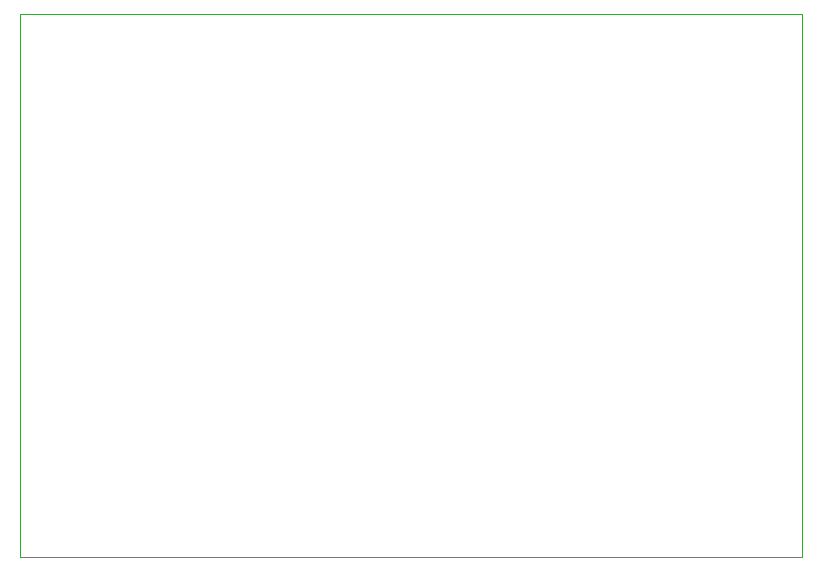
<source format=gbr>
%TF.GenerationSoftware,KiCad,Pcbnew,8.0.3*%
%TF.CreationDate,2024-07-14T22:50:12-07:00*%
%TF.ProjectId,Artemis ALU Module,41727465-6d69-4732-9041-4c55204d6f64,rev?*%
%TF.SameCoordinates,Original*%
%TF.FileFunction,Profile,NP*%
%FSLAX46Y46*%
G04 Gerber Fmt 4.6, Leading zero omitted, Abs format (unit mm)*
G04 Created by KiCad (PCBNEW 8.0.3) date 2024-07-14 22:50:12*
%MOMM*%
%LPD*%
G01*
G04 APERTURE LIST*
%TA.AperFunction,Profile*%
%ADD10C,0.050000*%
%TD*%
G04 APERTURE END LIST*
D10*
X140500000Y-69750000D02*
X206750000Y-69750000D01*
X206750000Y-115750000D01*
X140500000Y-115750000D01*
X140500000Y-69750000D01*
M02*

</source>
